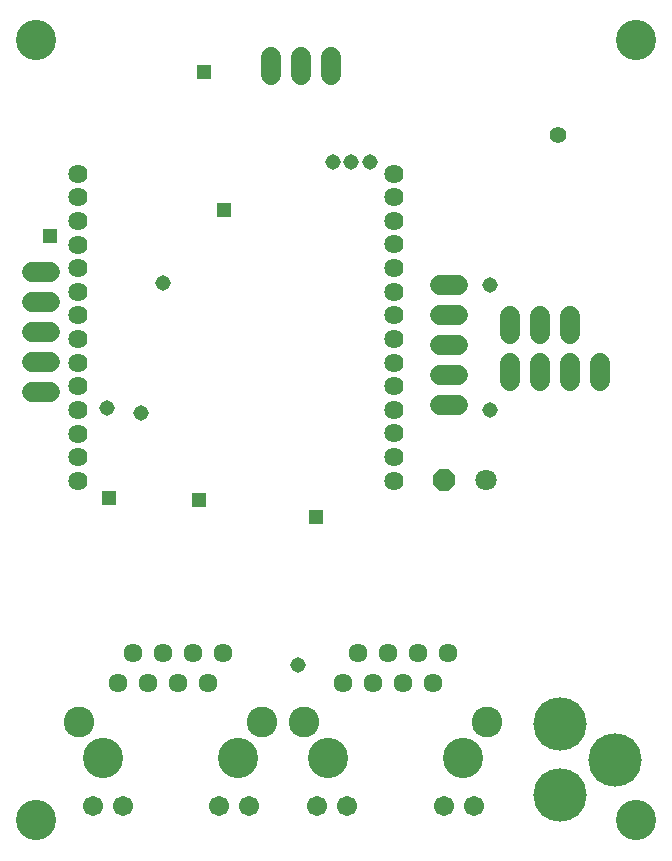
<source format=gbs>
G75*
G70*
%OFA0B0*%
%FSLAX24Y24*%
%IPPOS*%
%LPD*%
%AMOC8*
5,1,8,0,0,1.08239X$1,22.5*
%
%ADD10C,0.1340*%
%ADD11C,0.0640*%
%ADD12OC8,0.0710*%
%ADD13C,0.0710*%
%ADD14C,0.1780*%
%ADD15C,0.0680*%
%ADD16C,0.0634*%
%ADD17C,0.0674*%
%ADD18C,0.1025*%
%ADD19C,0.0556*%
%ADD20C,0.0516*%
%ADD21R,0.0516X0.0516*%
D10*
X001139Y002686D03*
X003381Y004753D03*
X007881Y004753D03*
X010862Y004753D03*
X015362Y004753D03*
X021139Y002686D03*
X021139Y028686D03*
X001139Y028686D03*
D11*
X002532Y024242D03*
X002532Y023454D03*
X002532Y022667D03*
X002532Y021879D03*
X002532Y021092D03*
X002532Y020305D03*
X002532Y019517D03*
X002532Y018730D03*
X002532Y017942D03*
X002532Y017155D03*
X002532Y016368D03*
X002532Y015580D03*
X002532Y014793D03*
X002532Y014005D03*
X013052Y014009D03*
X013052Y014797D03*
X013052Y015584D03*
X013052Y016371D03*
X013052Y017159D03*
X013052Y017946D03*
X013052Y018734D03*
X013052Y019521D03*
X013052Y020309D03*
X013052Y021096D03*
X013052Y021883D03*
X013052Y022671D03*
X013052Y023458D03*
X013052Y024246D03*
D12*
X014737Y014025D03*
D13*
X016137Y014025D03*
D14*
X018595Y005894D03*
X018595Y003531D03*
X020445Y004713D03*
D15*
X015218Y016527D02*
X014618Y016527D01*
X014618Y017527D02*
X015218Y017527D01*
X015218Y018527D02*
X014618Y018527D01*
X014618Y019527D02*
X015218Y019527D01*
X015218Y020527D02*
X014618Y020527D01*
X016949Y019484D02*
X016949Y018884D01*
X016945Y017929D02*
X016945Y017329D01*
X017945Y017329D02*
X017945Y017929D01*
X017949Y018884D02*
X017949Y019484D01*
X018949Y019484D02*
X018949Y018884D01*
X018945Y017929D02*
X018945Y017329D01*
X019945Y017329D02*
X019945Y017929D01*
X010982Y027524D02*
X010982Y028124D01*
X009982Y028124D02*
X009982Y027524D01*
X008982Y027524D02*
X008982Y028124D01*
X001596Y020954D02*
X000996Y020954D01*
X000996Y019954D02*
X001596Y019954D01*
X001596Y018954D02*
X000996Y018954D01*
X000996Y017954D02*
X001596Y017954D01*
X001596Y016954D02*
X000996Y016954D01*
D16*
X004381Y008257D03*
X003881Y007257D03*
X004881Y007257D03*
X005381Y008257D03*
X005881Y007257D03*
X006381Y008257D03*
X006881Y007257D03*
X007381Y008257D03*
X011362Y007257D03*
X011862Y008257D03*
X012362Y007257D03*
X012862Y008257D03*
X013362Y007257D03*
X013862Y008257D03*
X014362Y007257D03*
X014862Y008257D03*
D17*
X014722Y003155D03*
X015722Y003155D03*
X011501Y003155D03*
X010501Y003155D03*
X008241Y003155D03*
X007241Y003155D03*
X004021Y003155D03*
X003021Y003155D03*
D18*
X002580Y005954D03*
X008682Y005954D03*
X010060Y005954D03*
X016163Y005954D03*
D19*
X018527Y025539D03*
D20*
X016270Y020522D03*
X016269Y016365D03*
X012257Y024636D03*
X011639Y024636D03*
X011021Y024636D03*
X005373Y020603D03*
X004627Y016249D03*
X003511Y016425D03*
X009864Y007864D03*
D21*
X010473Y012798D03*
X006584Y013361D03*
X003566Y013435D03*
X001601Y022163D03*
X006720Y027639D03*
X007395Y023025D03*
M02*

</source>
